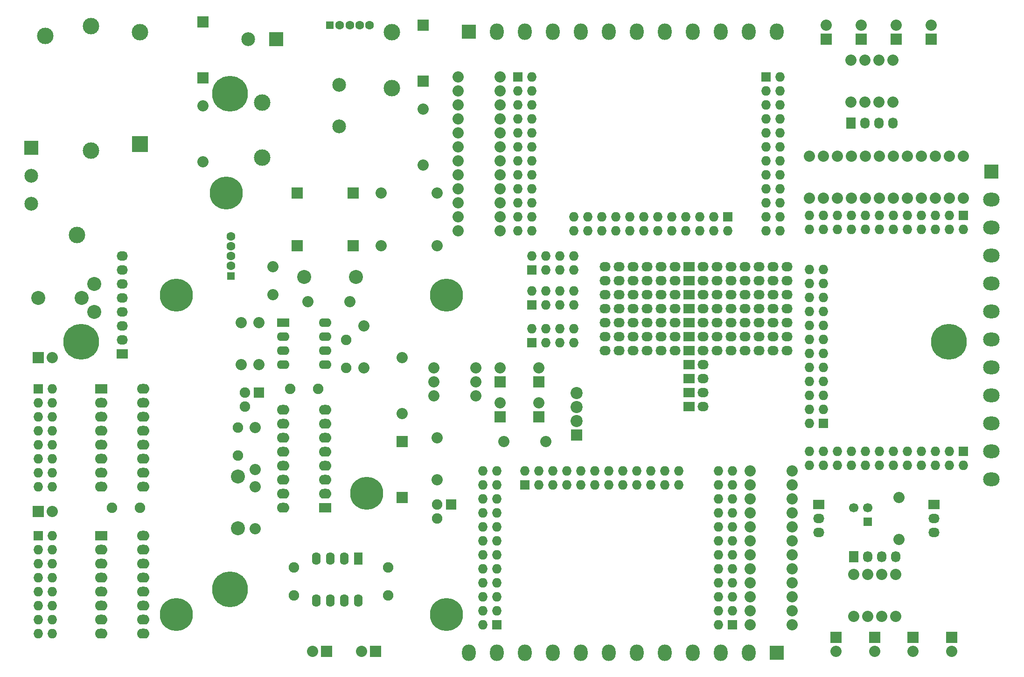
<source format=gbr>
G04 #@! TF.FileFunction,Soldermask,Bot*
%FSLAX46Y46*%
G04 Gerber Fmt 4.6, Leading zero omitted, Abs format (unit mm)*
G04 Created by KiCad (PCBNEW 4.0.1-stable) date 19/12/2015 15:53:59*
%MOMM*%
G01*
G04 APERTURE LIST*
%ADD10C,0.100000*%
%ADD11C,2.032000*%
%ADD12R,2.032000X2.032000*%
%ADD13C,6.499860*%
%ADD14C,1.905000*%
%ADD15C,2.540000*%
%ADD16R,2.100580X2.100580*%
%ADD17C,2.199640*%
%ADD18C,3.000000*%
%ADD19C,2.499360*%
%ADD20R,2.499360X2.499360*%
%ADD21C,1.600000*%
%ADD22R,1.400000X1.400000*%
%ADD23R,2.032000X1.727200*%
%ADD24O,2.032000X1.727200*%
%ADD25R,1.600000X1.600000*%
%ADD26C,1.700000*%
%ADD27R,1.574800X2.286000*%
%ADD28O,1.574800X2.286000*%
%ADD29C,6.000000*%
%ADD30O,2.286000X1.778000*%
%ADD31R,2.286000X1.778000*%
%ADD32R,2.500000X2.500000*%
%ADD33O,3.000000X2.500000*%
%ADD34O,2.500000X3.000000*%
%ADD35R,1.905000X1.905000*%
%ADD36R,1.727200X2.032000*%
%ADD37O,1.727200X2.032000*%
%ADD38R,3.000000X3.000000*%
%ADD39R,2.286000X1.574800*%
%ADD40O,2.286000X1.574800*%
%ADD41R,1.727200X1.727200*%
%ADD42O,1.727200X1.727200*%
%ADD43O,2.032000X2.032000*%
%ADD44C,2.500000*%
G04 APERTURE END LIST*
D10*
D11*
X148590000Y-78740000D03*
D12*
X123190000Y-78740000D03*
X133350000Y-78740000D03*
D11*
X138430000Y-78740000D03*
D13*
X241480000Y-96195000D03*
X110980000Y-141195000D03*
X83980000Y-96195000D03*
X110980000Y-51195000D03*
D11*
X142240000Y-99060000D03*
D12*
X142240000Y-124460000D03*
X142240000Y-114300000D03*
D11*
X142240000Y-109220000D03*
X212979000Y-147574000D03*
X205359000Y-147574000D03*
X212979000Y-145034000D03*
X205359000Y-145034000D03*
X212979000Y-142494000D03*
X205359000Y-142494000D03*
X212979000Y-139954000D03*
X205359000Y-139954000D03*
X212979000Y-137414000D03*
X205359000Y-137414000D03*
X212979000Y-134874000D03*
X205359000Y-134874000D03*
X212979000Y-132334000D03*
X205359000Y-132334000D03*
X212979000Y-129794000D03*
X205359000Y-129794000D03*
X212979000Y-127254000D03*
X205359000Y-127254000D03*
X212979000Y-124714000D03*
X205359000Y-124714000D03*
X212979000Y-122174000D03*
X205359000Y-122174000D03*
X212979000Y-119634000D03*
X205359000Y-119634000D03*
D14*
X112395000Y-111760000D03*
X112395000Y-116840000D03*
X122555000Y-137160000D03*
X122555000Y-142240000D03*
X89535000Y-126365000D03*
X94615000Y-126365000D03*
D15*
X124460000Y-84455000D03*
X133858000Y-84455000D03*
D16*
X173863000Y-113157000D03*
D17*
X173863000Y-110617000D03*
X173863000Y-108077000D03*
X173863000Y-105537000D03*
D11*
X232410000Y-124460000D03*
X232410000Y-132080000D03*
X115570000Y-111760000D03*
X115570000Y-119380000D03*
X115570000Y-122555000D03*
X115570000Y-130175000D03*
X116205000Y-100330000D03*
X116205000Y-92710000D03*
X113030000Y-92710000D03*
X113030000Y-100330000D03*
X168275000Y-114300000D03*
X160655000Y-114300000D03*
X148590000Y-121285000D03*
X148590000Y-113665000D03*
X125095000Y-88900000D03*
X132715000Y-88900000D03*
X135255000Y-93345000D03*
X135255000Y-100965000D03*
X147955000Y-100965000D03*
X155575000Y-100965000D03*
X231775000Y-138430000D03*
X231775000Y-146050000D03*
X229235000Y-138430000D03*
X229235000Y-146050000D03*
X226695000Y-138430000D03*
X226695000Y-146050000D03*
X224155000Y-138430000D03*
X224155000Y-146050000D03*
X231267000Y-52705000D03*
X231267000Y-45085000D03*
X228727000Y-52705000D03*
X228727000Y-45085000D03*
X226187000Y-52705000D03*
X226187000Y-45085000D03*
X223647000Y-52705000D03*
X223647000Y-45085000D03*
X216154000Y-62484000D03*
X216154000Y-70104000D03*
X218694000Y-62484000D03*
X218694000Y-70104000D03*
X221234000Y-62484000D03*
X221234000Y-70104000D03*
X223774000Y-62484000D03*
X223774000Y-70104000D03*
X226314000Y-62484000D03*
X226314000Y-70104000D03*
X228854000Y-62484000D03*
X228854000Y-70104000D03*
X231394000Y-62484000D03*
X231394000Y-70104000D03*
X233934000Y-62484000D03*
X233934000Y-70104000D03*
X236474000Y-62484000D03*
X236474000Y-70104000D03*
X239014000Y-62484000D03*
X239014000Y-70104000D03*
X241554000Y-62484000D03*
X241554000Y-70104000D03*
X244094000Y-62484000D03*
X244094000Y-70104000D03*
D18*
X85725000Y-61465000D03*
X85725000Y-38865000D03*
D11*
X152400000Y-76073000D03*
X160020000Y-76073000D03*
X152400000Y-73533000D03*
X160020000Y-73533000D03*
X152400000Y-70993000D03*
X160020000Y-70993000D03*
X152400000Y-68453000D03*
X160020000Y-68453000D03*
X152400000Y-65913000D03*
X160020000Y-65913000D03*
X152400000Y-63373000D03*
X160020000Y-63373000D03*
X152400000Y-60833000D03*
X160020000Y-60833000D03*
X152400000Y-58293000D03*
X160020000Y-58293000D03*
X152400000Y-55753000D03*
X160020000Y-55753000D03*
X152400000Y-53213000D03*
X160020000Y-53213000D03*
X152400000Y-50673000D03*
X160020000Y-50673000D03*
X152400000Y-48133000D03*
X160020000Y-48133000D03*
D14*
X127000000Y-104775000D03*
X121920000Y-104775000D03*
X132080000Y-100965000D03*
X132080000Y-95885000D03*
D15*
X112395000Y-120650000D03*
X112395000Y-130048000D03*
D19*
X74930000Y-71120000D03*
D20*
X74930000Y-60960000D03*
D19*
X74930000Y-66040000D03*
D21*
X111125000Y-82445000D03*
X111125000Y-80645000D03*
D22*
X111125000Y-84245000D03*
D21*
X111125000Y-78845000D03*
X111125000Y-77045000D03*
D23*
X217805000Y-125730000D03*
D24*
X217805000Y-128270000D03*
X217805000Y-130810000D03*
D23*
X238760000Y-125730000D03*
D24*
X238760000Y-128270000D03*
X238760000Y-130810000D03*
D25*
X226695000Y-128905000D03*
D26*
X226695000Y-126365000D03*
X224155000Y-126365000D03*
D14*
X139700000Y-137160000D03*
X139700000Y-142240000D03*
D27*
X134302500Y-135572500D03*
D28*
X131762500Y-135572500D03*
X129222500Y-135572500D03*
X126682500Y-135572500D03*
X126682500Y-143192500D03*
X129222500Y-143192500D03*
X131762500Y-143192500D03*
X134302500Y-143192500D03*
D29*
X101290000Y-87725000D03*
X150290000Y-87725000D03*
X150290000Y-145725000D03*
X110290000Y-69225000D03*
X101290000Y-145725000D03*
X135790000Y-123725000D03*
D30*
X95250000Y-131445000D03*
X95250000Y-133985000D03*
D31*
X87630000Y-131445000D03*
D30*
X87630000Y-133985000D03*
X87630000Y-136525000D03*
X87630000Y-139065000D03*
X87630000Y-141605000D03*
X87630000Y-144145000D03*
X87630000Y-146685000D03*
X87630000Y-149225000D03*
X95250000Y-149225000D03*
X95250000Y-146685000D03*
X95250000Y-144145000D03*
X95250000Y-141605000D03*
X95250000Y-139065000D03*
X95250000Y-136525000D03*
D24*
X196850000Y-105410000D03*
X196850000Y-107950000D03*
D23*
X194310000Y-107950000D03*
X194310000Y-105410000D03*
X194310000Y-82550000D03*
X194310000Y-85090000D03*
D24*
X196850000Y-85090000D03*
X196850000Y-82550000D03*
X179070000Y-97790000D03*
X179070000Y-95250000D03*
X179070000Y-92710000D03*
X179070000Y-90170000D03*
X179070000Y-87630000D03*
X179070000Y-85090000D03*
X179070000Y-82550000D03*
X181610000Y-82550000D03*
X181610000Y-85090000D03*
X181610000Y-87630000D03*
X181610000Y-90170000D03*
X181610000Y-92710000D03*
X181610000Y-95250000D03*
X181610000Y-97790000D03*
X186690000Y-97790000D03*
X186690000Y-95250000D03*
X186690000Y-92710000D03*
X186690000Y-90170000D03*
X186690000Y-87630000D03*
X186690000Y-85090000D03*
X186690000Y-82550000D03*
X184150000Y-82550000D03*
X184150000Y-85090000D03*
X184150000Y-87630000D03*
X184150000Y-90170000D03*
X184150000Y-92710000D03*
X184150000Y-95250000D03*
X184150000Y-97790000D03*
X189230000Y-97790000D03*
X189230000Y-95250000D03*
X189230000Y-92710000D03*
X189230000Y-90170000D03*
X189230000Y-87630000D03*
X189230000Y-85090000D03*
X189230000Y-82550000D03*
X212090000Y-82550000D03*
X212090000Y-85090000D03*
X212090000Y-87630000D03*
X212090000Y-90170000D03*
X212090000Y-92710000D03*
X212090000Y-95250000D03*
X212090000Y-97790000D03*
X209550000Y-97790000D03*
X209550000Y-95250000D03*
X209550000Y-92710000D03*
X209550000Y-90170000D03*
X209550000Y-87630000D03*
X209550000Y-85090000D03*
X209550000Y-82550000D03*
X204470000Y-82550000D03*
X204470000Y-85090000D03*
X204470000Y-87630000D03*
X204470000Y-90170000D03*
X204470000Y-92710000D03*
X204470000Y-95250000D03*
X204470000Y-97790000D03*
X207010000Y-97790000D03*
X207010000Y-95250000D03*
X207010000Y-92710000D03*
X207010000Y-90170000D03*
X207010000Y-87630000D03*
X207010000Y-85090000D03*
X207010000Y-82550000D03*
X201930000Y-82550000D03*
X201930000Y-85090000D03*
X201930000Y-87630000D03*
X201930000Y-90170000D03*
X201930000Y-92710000D03*
X201930000Y-95250000D03*
X201930000Y-97790000D03*
X196850000Y-87630000D03*
X196850000Y-90170000D03*
X196850000Y-95250000D03*
X196850000Y-92710000D03*
X196850000Y-102870000D03*
X196850000Y-100330000D03*
D23*
X194310000Y-97790000D03*
X194310000Y-100330000D03*
X194310000Y-102870000D03*
X194310000Y-92710000D03*
X194310000Y-95250000D03*
X194310000Y-90170000D03*
X194310000Y-87630000D03*
D24*
X196850000Y-97790000D03*
X191770000Y-82550000D03*
X191770000Y-85090000D03*
X191770000Y-87630000D03*
X191770000Y-90170000D03*
X191770000Y-92710000D03*
X191770000Y-95250000D03*
X191770000Y-97790000D03*
X199390000Y-97790000D03*
X199390000Y-95250000D03*
X199390000Y-92710000D03*
X199390000Y-90170000D03*
X199390000Y-87630000D03*
X199390000Y-85090000D03*
X199390000Y-82550000D03*
D30*
X95250000Y-104775000D03*
X95250000Y-107315000D03*
D31*
X87630000Y-104775000D03*
D30*
X87630000Y-107315000D03*
X87630000Y-109855000D03*
X87630000Y-112395000D03*
X87630000Y-114935000D03*
X87630000Y-117475000D03*
X87630000Y-120015000D03*
X87630000Y-122555000D03*
X95250000Y-122555000D03*
X95250000Y-120015000D03*
X95250000Y-117475000D03*
X95250000Y-114935000D03*
X95250000Y-112395000D03*
X95250000Y-109855000D03*
D32*
X249174000Y-65278000D03*
D33*
X249174000Y-70358000D03*
X249174000Y-75438000D03*
X249174000Y-80518000D03*
X249174000Y-85598000D03*
X249174000Y-90678000D03*
X249174000Y-95758000D03*
X249174000Y-100838000D03*
X249174000Y-105918000D03*
X249174000Y-110998000D03*
X249174000Y-116078000D03*
X249174000Y-121158000D03*
D32*
X210185000Y-152654000D03*
D34*
X205105000Y-152654000D03*
X200025000Y-152654000D03*
X194945000Y-152654000D03*
X189865000Y-152654000D03*
X184785000Y-152654000D03*
X179705000Y-152654000D03*
X174625000Y-152654000D03*
X169545000Y-152654000D03*
X164465000Y-152654000D03*
X159385000Y-152654000D03*
X154305000Y-152654000D03*
D32*
X154305000Y-39878000D03*
D34*
X159385000Y-39878000D03*
X164465000Y-39878000D03*
X169545000Y-39878000D03*
X174625000Y-39878000D03*
X179705000Y-39878000D03*
X184785000Y-39878000D03*
X189865000Y-39878000D03*
X194945000Y-39878000D03*
X200025000Y-39878000D03*
X205105000Y-39878000D03*
X210185000Y-39878000D03*
D35*
X151130000Y-125730000D03*
D14*
X148590000Y-125730000D03*
X148590000Y-128270000D03*
D35*
X116205000Y-105410000D03*
D14*
X113665000Y-105410000D03*
X113665000Y-107950000D03*
D11*
X147955000Y-103505000D03*
X155575000Y-103505000D03*
X147955000Y-106045000D03*
X155575000Y-106045000D03*
D15*
X86360000Y-90805000D03*
X76200000Y-88265000D03*
X86360000Y-85725000D03*
X84074000Y-88265000D03*
D30*
X120650000Y-126365000D03*
X120650000Y-123825000D03*
D31*
X128270000Y-126365000D03*
D30*
X128270000Y-123825000D03*
X128270000Y-121285000D03*
X128270000Y-118745000D03*
X128270000Y-116205000D03*
X128270000Y-113665000D03*
X128270000Y-111125000D03*
X128270000Y-108585000D03*
X120650000Y-108585000D03*
X120650000Y-111125000D03*
X120650000Y-113665000D03*
X120650000Y-116205000D03*
X120650000Y-118745000D03*
X120650000Y-121285000D03*
D36*
X223647000Y-56515000D03*
D37*
X226187000Y-56515000D03*
X228727000Y-56515000D03*
X231267000Y-56515000D03*
D36*
X224155000Y-135255000D03*
D37*
X226695000Y-135255000D03*
X229235000Y-135255000D03*
X231775000Y-135255000D03*
D18*
X140335000Y-50165000D03*
D38*
X94615000Y-60325000D03*
D18*
X140335000Y-40005000D03*
X94615000Y-40005000D03*
D39*
X120650000Y-92710000D03*
D40*
X120650000Y-95250000D03*
X120650000Y-97790000D03*
X120650000Y-100330000D03*
X128270000Y-100330000D03*
X128270000Y-97790000D03*
X128270000Y-95250000D03*
X128270000Y-92710000D03*
D11*
X118745000Y-87630000D03*
X118745000Y-82550000D03*
D12*
X160020000Y-109855000D03*
D11*
X160020000Y-107315000D03*
D12*
X167005000Y-103505000D03*
D11*
X167005000Y-100965000D03*
D12*
X160020000Y-103505000D03*
D11*
X160020000Y-100965000D03*
D12*
X219202000Y-41275000D03*
D11*
X219202000Y-38735000D03*
D12*
X225552000Y-41275000D03*
D11*
X225552000Y-38735000D03*
D12*
X231902000Y-41275000D03*
D11*
X231902000Y-38735000D03*
D12*
X238252000Y-41275000D03*
D11*
X238252000Y-38735000D03*
D12*
X227965000Y-149860000D03*
D11*
X227965000Y-152400000D03*
D12*
X234950000Y-149860000D03*
D11*
X234950000Y-152400000D03*
D12*
X241935000Y-149860000D03*
D11*
X241935000Y-152400000D03*
D12*
X167005000Y-109855000D03*
D11*
X167005000Y-107315000D03*
D21*
X130915000Y-38735000D03*
X132715000Y-38735000D03*
D22*
X129115000Y-38735000D03*
D21*
X134515000Y-38735000D03*
X136315000Y-38735000D03*
D11*
X148590000Y-69215000D03*
D12*
X123190000Y-69215000D03*
X133350000Y-69215000D03*
D11*
X138430000Y-69215000D03*
X106045000Y-63500000D03*
D12*
X106045000Y-38100000D03*
X106045000Y-48260000D03*
D11*
X106045000Y-53340000D03*
X146050000Y-64135000D03*
D12*
X146050000Y-38735000D03*
X146050000Y-48895000D03*
D11*
X146050000Y-53975000D03*
D12*
X220980000Y-149860000D03*
D11*
X220980000Y-152400000D03*
D41*
X165735000Y-83185000D03*
D42*
X165735000Y-80645000D03*
X168275000Y-83185000D03*
X168275000Y-80645000D03*
X170815000Y-83185000D03*
X170815000Y-80645000D03*
X173355000Y-83185000D03*
X173355000Y-80645000D03*
D41*
X165735000Y-89535000D03*
D42*
X165735000Y-86995000D03*
X168275000Y-89535000D03*
X168275000Y-86995000D03*
X170815000Y-89535000D03*
X170815000Y-86995000D03*
X173355000Y-89535000D03*
X173355000Y-86995000D03*
D41*
X165735000Y-96393000D03*
D42*
X165735000Y-93853000D03*
X168275000Y-96393000D03*
X168275000Y-93853000D03*
X170815000Y-96393000D03*
X170815000Y-93853000D03*
X173355000Y-96393000D03*
X173355000Y-93853000D03*
D41*
X76200000Y-104775000D03*
D42*
X78740000Y-104775000D03*
X76200000Y-107315000D03*
X78740000Y-107315000D03*
X76200000Y-109855000D03*
X78740000Y-109855000D03*
X76200000Y-112395000D03*
X78740000Y-112395000D03*
X76200000Y-114935000D03*
X78740000Y-114935000D03*
X76200000Y-117475000D03*
X78740000Y-117475000D03*
X76200000Y-120015000D03*
X78740000Y-120015000D03*
X76200000Y-122555000D03*
X78740000Y-122555000D03*
D41*
X76200000Y-131445000D03*
D42*
X78740000Y-131445000D03*
X76200000Y-133985000D03*
X78740000Y-133985000D03*
X76200000Y-136525000D03*
X78740000Y-136525000D03*
X76200000Y-139065000D03*
X78740000Y-139065000D03*
X76200000Y-141605000D03*
X78740000Y-141605000D03*
X76200000Y-144145000D03*
X78740000Y-144145000D03*
X76200000Y-146685000D03*
X78740000Y-146685000D03*
X76200000Y-149225000D03*
X78740000Y-149225000D03*
D12*
X76200000Y-127000000D03*
D43*
X78740000Y-127000000D03*
D12*
X76200000Y-99060000D03*
D43*
X78740000Y-99060000D03*
D23*
X91440000Y-98425000D03*
D24*
X91440000Y-95885000D03*
X91440000Y-93345000D03*
X91440000Y-90805000D03*
X91440000Y-88265000D03*
X91440000Y-85725000D03*
X91440000Y-83185000D03*
X91440000Y-80645000D03*
D41*
X218694000Y-110998000D03*
D42*
X216154000Y-110998000D03*
X218694000Y-108458000D03*
X216154000Y-108458000D03*
X218694000Y-105918000D03*
X216154000Y-105918000D03*
X218694000Y-103378000D03*
X216154000Y-103378000D03*
X218694000Y-100838000D03*
X216154000Y-100838000D03*
X218694000Y-98298000D03*
X216154000Y-98298000D03*
X218694000Y-95758000D03*
X216154000Y-95758000D03*
X218694000Y-93218000D03*
X216154000Y-93218000D03*
X218694000Y-90678000D03*
X216154000Y-90678000D03*
X218694000Y-88138000D03*
X216154000Y-88138000D03*
X218694000Y-85598000D03*
X216154000Y-85598000D03*
X218694000Y-83058000D03*
X216154000Y-83058000D03*
D41*
X244094000Y-73279000D03*
D42*
X244094000Y-75819000D03*
X241554000Y-73279000D03*
X241554000Y-75819000D03*
X239014000Y-73279000D03*
X239014000Y-75819000D03*
X236474000Y-73279000D03*
X236474000Y-75819000D03*
X233934000Y-73279000D03*
X233934000Y-75819000D03*
X231394000Y-73279000D03*
X231394000Y-75819000D03*
X228854000Y-73279000D03*
X228854000Y-75819000D03*
X226314000Y-73279000D03*
X226314000Y-75819000D03*
X223774000Y-73279000D03*
X223774000Y-75819000D03*
X221234000Y-73279000D03*
X221234000Y-75819000D03*
X218694000Y-73279000D03*
X218694000Y-75819000D03*
X216154000Y-73279000D03*
X216154000Y-75819000D03*
D41*
X244094000Y-116078000D03*
D42*
X244094000Y-118618000D03*
X241554000Y-116078000D03*
X241554000Y-118618000D03*
X239014000Y-116078000D03*
X239014000Y-118618000D03*
X236474000Y-116078000D03*
X236474000Y-118618000D03*
X233934000Y-116078000D03*
X233934000Y-118618000D03*
X231394000Y-116078000D03*
X231394000Y-118618000D03*
X228854000Y-116078000D03*
X228854000Y-118618000D03*
X226314000Y-116078000D03*
X226314000Y-118618000D03*
X223774000Y-116078000D03*
X223774000Y-118618000D03*
X221234000Y-116078000D03*
X221234000Y-118618000D03*
X218694000Y-116078000D03*
X218694000Y-118618000D03*
X216154000Y-116078000D03*
X216154000Y-118618000D03*
D41*
X164465000Y-122174000D03*
D42*
X164465000Y-119634000D03*
X167005000Y-122174000D03*
X167005000Y-119634000D03*
X169545000Y-122174000D03*
X169545000Y-119634000D03*
X172085000Y-122174000D03*
X172085000Y-119634000D03*
X174625000Y-122174000D03*
X174625000Y-119634000D03*
X177165000Y-122174000D03*
X177165000Y-119634000D03*
X179705000Y-122174000D03*
X179705000Y-119634000D03*
X182245000Y-122174000D03*
X182245000Y-119634000D03*
X184785000Y-122174000D03*
X184785000Y-119634000D03*
X187325000Y-122174000D03*
X187325000Y-119634000D03*
X189865000Y-122174000D03*
X189865000Y-119634000D03*
X192405000Y-122174000D03*
X192405000Y-119634000D03*
D41*
X202184000Y-147574000D03*
D42*
X199644000Y-147574000D03*
X202184000Y-145034000D03*
X199644000Y-145034000D03*
X202184000Y-142494000D03*
X199644000Y-142494000D03*
X202184000Y-139954000D03*
X199644000Y-139954000D03*
X202184000Y-137414000D03*
X199644000Y-137414000D03*
X202184000Y-134874000D03*
X199644000Y-134874000D03*
X202184000Y-132334000D03*
X199644000Y-132334000D03*
X202184000Y-129794000D03*
X199644000Y-129794000D03*
X202184000Y-127254000D03*
X199644000Y-127254000D03*
X202184000Y-124714000D03*
X199644000Y-124714000D03*
X202184000Y-122174000D03*
X199644000Y-122174000D03*
X202184000Y-119634000D03*
X199644000Y-119634000D03*
D41*
X159385000Y-147574000D03*
D42*
X156845000Y-147574000D03*
X159385000Y-145034000D03*
X156845000Y-145034000D03*
X159385000Y-142494000D03*
X156845000Y-142494000D03*
X159385000Y-139954000D03*
X156845000Y-139954000D03*
X159385000Y-137414000D03*
X156845000Y-137414000D03*
X159385000Y-134874000D03*
X156845000Y-134874000D03*
X159385000Y-132334000D03*
X156845000Y-132334000D03*
X159385000Y-129794000D03*
X156845000Y-129794000D03*
X159385000Y-127254000D03*
X156845000Y-127254000D03*
X159385000Y-124714000D03*
X156845000Y-124714000D03*
X159385000Y-122174000D03*
X156845000Y-122174000D03*
X159385000Y-119634000D03*
X156845000Y-119634000D03*
D41*
X201295000Y-73533000D03*
D42*
X201295000Y-76073000D03*
X198755000Y-73533000D03*
X198755000Y-76073000D03*
X196215000Y-73533000D03*
X196215000Y-76073000D03*
X193675000Y-73533000D03*
X193675000Y-76073000D03*
X191135000Y-73533000D03*
X191135000Y-76073000D03*
X188595000Y-73533000D03*
X188595000Y-76073000D03*
X186055000Y-73533000D03*
X186055000Y-76073000D03*
X183515000Y-73533000D03*
X183515000Y-76073000D03*
X180975000Y-73533000D03*
X180975000Y-76073000D03*
X178435000Y-73533000D03*
X178435000Y-76073000D03*
X175895000Y-73533000D03*
X175895000Y-76073000D03*
X173355000Y-73533000D03*
X173355000Y-76073000D03*
D41*
X163195000Y-48133000D03*
D42*
X165735000Y-48133000D03*
X163195000Y-50673000D03*
X165735000Y-50673000D03*
X163195000Y-53213000D03*
X165735000Y-53213000D03*
X163195000Y-55753000D03*
X165735000Y-55753000D03*
X163195000Y-58293000D03*
X165735000Y-58293000D03*
X163195000Y-60833000D03*
X165735000Y-60833000D03*
X163195000Y-63373000D03*
X165735000Y-63373000D03*
X163195000Y-65913000D03*
X165735000Y-65913000D03*
X163195000Y-68453000D03*
X165735000Y-68453000D03*
X163195000Y-70993000D03*
X165735000Y-70993000D03*
X163195000Y-73533000D03*
X165735000Y-73533000D03*
X163195000Y-76073000D03*
X165735000Y-76073000D03*
D41*
X208280000Y-48133000D03*
D42*
X210820000Y-48133000D03*
X208280000Y-50673000D03*
X210820000Y-50673000D03*
X208280000Y-53213000D03*
X210820000Y-53213000D03*
X208280000Y-55753000D03*
X210820000Y-55753000D03*
X208280000Y-58293000D03*
X210820000Y-58293000D03*
X208280000Y-60833000D03*
X210820000Y-60833000D03*
X208280000Y-63373000D03*
X210820000Y-63373000D03*
X208280000Y-65913000D03*
X210820000Y-65913000D03*
X208280000Y-68453000D03*
X210820000Y-68453000D03*
X208280000Y-70993000D03*
X210820000Y-70993000D03*
X208280000Y-73533000D03*
X210820000Y-73533000D03*
X208280000Y-76073000D03*
X210820000Y-76073000D03*
D12*
X137414000Y-152400000D03*
D43*
X134874000Y-152400000D03*
D12*
X128524000Y-152400000D03*
D43*
X125984000Y-152400000D03*
D18*
X116840000Y-52785000D03*
X116840000Y-62785000D03*
D44*
X130810000Y-57090000D03*
X130810000Y-49590000D03*
D20*
X119380000Y-41275000D03*
D19*
X114300000Y-41275000D03*
D18*
X83185000Y-76835000D03*
X77470000Y-40640000D03*
M02*

</source>
